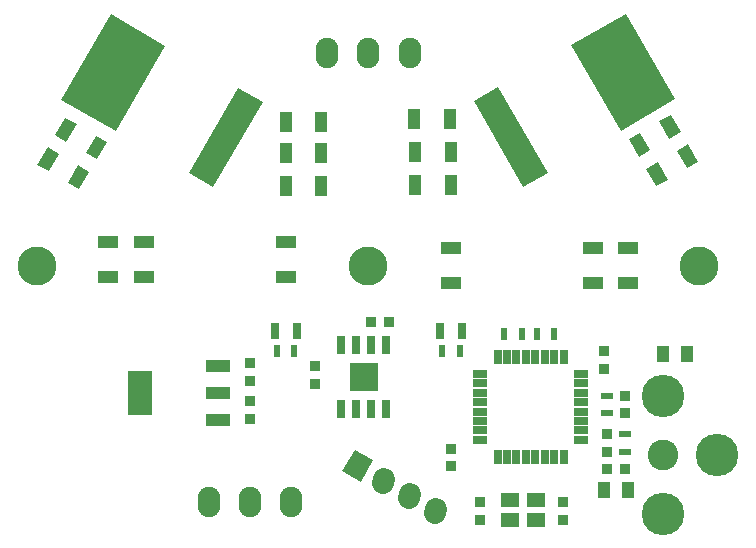
<source format=gts>
G04 #@! TF.FileFunction,Soldermask,Top*
%FSLAX46Y46*%
G04 Gerber Fmt 4.6, Leading zero omitted, Abs format (unit mm)*
G04 Created by KiCad (PCBNEW 4.0.4+e1-6308~48~ubuntu14.04.1-stable) date Sun Nov 27 13:15:31 2016*
%MOMM*%
%LPD*%
G01*
G04 APERTURE LIST*
%ADD10C,0.100000*%
%ADD11R,1.700000X1.100000*%
%ADD12R,1.100000X1.700000*%
%ADD13O,1.900000X2.600000*%
%ADD14R,0.800000X1.400000*%
%ADD15R,0.700000X1.300000*%
%ADD16R,1.300000X0.700000*%
%ADD17R,2.132000X3.757600*%
%ADD18R,2.132000X1.116000*%
%ADD19R,0.700000X1.650000*%
%ADD20R,1.275000X1.275000*%
%ADD21C,3.300000*%
%ADD22C,1.827200*%
%ADD23R,1.500000X1.300000*%
%ADD24R,0.850000X0.900000*%
%ADD25R,0.900000X0.850000*%
%ADD26R,1.100000X1.350000*%
%ADD27C,3.600000*%
%ADD28C,2.600000*%
%ADD29R,1.000000X0.600000*%
%ADD30R,0.600000X1.000000*%
G04 APERTURE END LIST*
D10*
G36*
X132500610Y-60961122D02*
X133350610Y-59488878D01*
X134303238Y-60038878D01*
X133453238Y-61511122D01*
X132500610Y-60961122D01*
X132500610Y-60961122D01*
G37*
G36*
X135098686Y-62461122D02*
X135948686Y-60988878D01*
X136901314Y-61538878D01*
X136051314Y-63011122D01*
X135098686Y-62461122D01*
X135098686Y-62461122D01*
G37*
D11*
X137000000Y-70000000D03*
X137000000Y-73000000D03*
X140000000Y-70000000D03*
X140000000Y-73000000D03*
D10*
G36*
X131000610Y-63461122D02*
X131850610Y-61988878D01*
X132803238Y-62538878D01*
X131953238Y-64011122D01*
X131000610Y-63461122D01*
X131000610Y-63461122D01*
G37*
G36*
X133598686Y-64961122D02*
X134448686Y-63488878D01*
X135401314Y-64038878D01*
X134551314Y-65511122D01*
X133598686Y-64961122D01*
X133598686Y-64961122D01*
G37*
D11*
X152000000Y-70000000D03*
X152000000Y-73000000D03*
D12*
X152000000Y-65250000D03*
X155000000Y-65250000D03*
X155000000Y-62500000D03*
X152000000Y-62500000D03*
D11*
X181000000Y-70500000D03*
X181000000Y-73500000D03*
X178000000Y-70500000D03*
X178000000Y-73500000D03*
X166000000Y-70500000D03*
X166000000Y-73500000D03*
D12*
X166000000Y-65200000D03*
X163000000Y-65200000D03*
X163000000Y-62400000D03*
X166000000Y-62400000D03*
D13*
X145500000Y-92000000D03*
X149000000Y-92000000D03*
X152500000Y-92000000D03*
X162500000Y-54000000D03*
X159000000Y-54000000D03*
X155500000Y-54000000D03*
D14*
X151100000Y-77500000D03*
X153000000Y-77500000D03*
X166950000Y-77500000D03*
X165050000Y-77500000D03*
D15*
X169950000Y-88200000D03*
X170750000Y-88200000D03*
X171550000Y-88200000D03*
X172350000Y-88200000D03*
X173150000Y-88200000D03*
X173950000Y-88200000D03*
X174750000Y-88200000D03*
X175550000Y-88200000D03*
D16*
X177000000Y-86750000D03*
X177000000Y-85950000D03*
X177000000Y-85150000D03*
X177000000Y-84350000D03*
X177000000Y-83550000D03*
X177000000Y-82750000D03*
X177000000Y-81950000D03*
X177000000Y-81150000D03*
D15*
X175550000Y-79700000D03*
X174750000Y-79700000D03*
X173950000Y-79700000D03*
X173150000Y-79700000D03*
X172350000Y-79700000D03*
X171550000Y-79700000D03*
X170750000Y-79700000D03*
X169950000Y-79700000D03*
D16*
X168500000Y-81150000D03*
X168500000Y-81950000D03*
X168500000Y-82750000D03*
X168500000Y-83550000D03*
X168500000Y-84350000D03*
X168500000Y-85150000D03*
X168500000Y-85950000D03*
X168500000Y-86750000D03*
D17*
X139718871Y-82810213D03*
D18*
X146322871Y-82810213D03*
X146322871Y-80524213D03*
X146322871Y-85096213D03*
D19*
X156730000Y-84112500D03*
X158000000Y-84112500D03*
X159270000Y-84112500D03*
X160540000Y-84112500D03*
X160540000Y-78712500D03*
X159270000Y-78712500D03*
X158000000Y-78712500D03*
X156730000Y-78712500D03*
D20*
X159222500Y-80825000D03*
X158047500Y-80825000D03*
X159222500Y-82000000D03*
X158047500Y-82000000D03*
D21*
X187000000Y-72000000D03*
X159000000Y-72000000D03*
X131000000Y-72000000D03*
D10*
G36*
X158358792Y-90339983D02*
X156776390Y-89426383D01*
X157842390Y-87580017D01*
X159424792Y-88493617D01*
X158358792Y-90339983D01*
X158358792Y-90339983D01*
G37*
D22*
X160224096Y-90361982D02*
X160376496Y-90098018D01*
X162423800Y-91631982D02*
X162576200Y-91368018D01*
X164623505Y-92901982D02*
X164775905Y-92638018D01*
D23*
X171000000Y-93500000D03*
X173200000Y-93500000D03*
X173200000Y-91800000D03*
X171000000Y-91800000D03*
D24*
X168500000Y-93500000D03*
X168500000Y-92000000D03*
X175500000Y-92000000D03*
X175500000Y-93500000D03*
X179000000Y-79250000D03*
X179000000Y-80750000D03*
X166000000Y-89000000D03*
X166000000Y-87500000D03*
X154500000Y-80500000D03*
X154500000Y-82000000D03*
D25*
X159250000Y-76750000D03*
X160750000Y-76750000D03*
D10*
G36*
X186100352Y-61738878D02*
X186950352Y-63211122D01*
X185997724Y-63761122D01*
X185147724Y-62288878D01*
X186100352Y-61738878D01*
X186100352Y-61738878D01*
G37*
G36*
X183502276Y-63238878D02*
X184352276Y-64711122D01*
X183399648Y-65261122D01*
X182549648Y-63788878D01*
X183502276Y-63238878D01*
X183502276Y-63238878D01*
G37*
G36*
X184600352Y-59238878D02*
X185450352Y-60711122D01*
X184497724Y-61261122D01*
X183647724Y-59788878D01*
X184600352Y-59238878D01*
X184600352Y-59238878D01*
G37*
G36*
X182002276Y-60738878D02*
X182852276Y-62211122D01*
X181899648Y-62761122D01*
X181049648Y-61288878D01*
X182002276Y-60738878D01*
X182002276Y-60738878D01*
G37*
D25*
X180750000Y-89250000D03*
X179250000Y-89250000D03*
D24*
X179250000Y-87750000D03*
X179250000Y-86250000D03*
X180750000Y-84500000D03*
X180750000Y-83000000D03*
D26*
X181000000Y-91000000D03*
X179000000Y-91000000D03*
X184000000Y-79500000D03*
X186000000Y-79500000D03*
D27*
X188500000Y-88000000D03*
X184000000Y-93000000D03*
X184000000Y-83000000D03*
D28*
X184000000Y-88000000D03*
D29*
X180750000Y-87750000D03*
X180750000Y-86250000D03*
X179250000Y-84500000D03*
X179250000Y-83000000D03*
D30*
X152750000Y-79250000D03*
X151250000Y-79250000D03*
X165250000Y-79250000D03*
X166750000Y-79250000D03*
X173250000Y-77750000D03*
X174750000Y-77750000D03*
X172000000Y-77750000D03*
X170500000Y-77750000D03*
D24*
X149000000Y-80250000D03*
X149000000Y-81750000D03*
X149000000Y-83500000D03*
X149000000Y-85000000D03*
D10*
G36*
X150063181Y-58137287D02*
X145883181Y-65377259D01*
X143813381Y-64182259D01*
X147993381Y-56942287D01*
X150063181Y-58137287D01*
X150063181Y-58137287D01*
G37*
G36*
X141809959Y-53372287D02*
X137629959Y-60612259D01*
X133031365Y-57957259D01*
X137211365Y-50717287D01*
X141809959Y-53372287D01*
X141809959Y-53372287D01*
G37*
G36*
X172116819Y-65329986D02*
X167936819Y-58090014D01*
X170006619Y-56895014D01*
X174186619Y-64134986D01*
X172116819Y-65329986D01*
X172116819Y-65329986D01*
G37*
G36*
X180370041Y-60564986D02*
X176190041Y-53325014D01*
X180788635Y-50670014D01*
X184968635Y-57909986D01*
X180370041Y-60564986D01*
X180370041Y-60564986D01*
G37*
D12*
X152000000Y-59800000D03*
X155000000Y-59800000D03*
X165900000Y-59600000D03*
X162900000Y-59600000D03*
M02*

</source>
